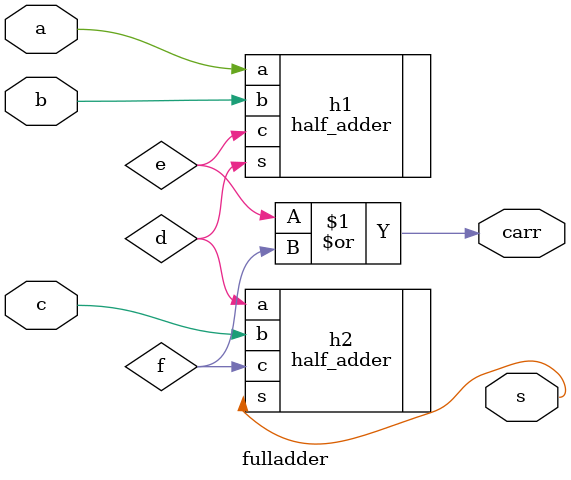
<source format=v>
`timescale 1ns / 1ps



module fulladder(
    input a,
    input b,
    input c,
    output s,
    output carr
    );
    
    wire d,e,f;
    
    half_adder h1(.a(a),.b(b),.s(d),.c(e));
    half_adder h2(.a(d),.b(c),.s(s),.c(f));
    or (carr,e,f);
   
endmodule

</source>
